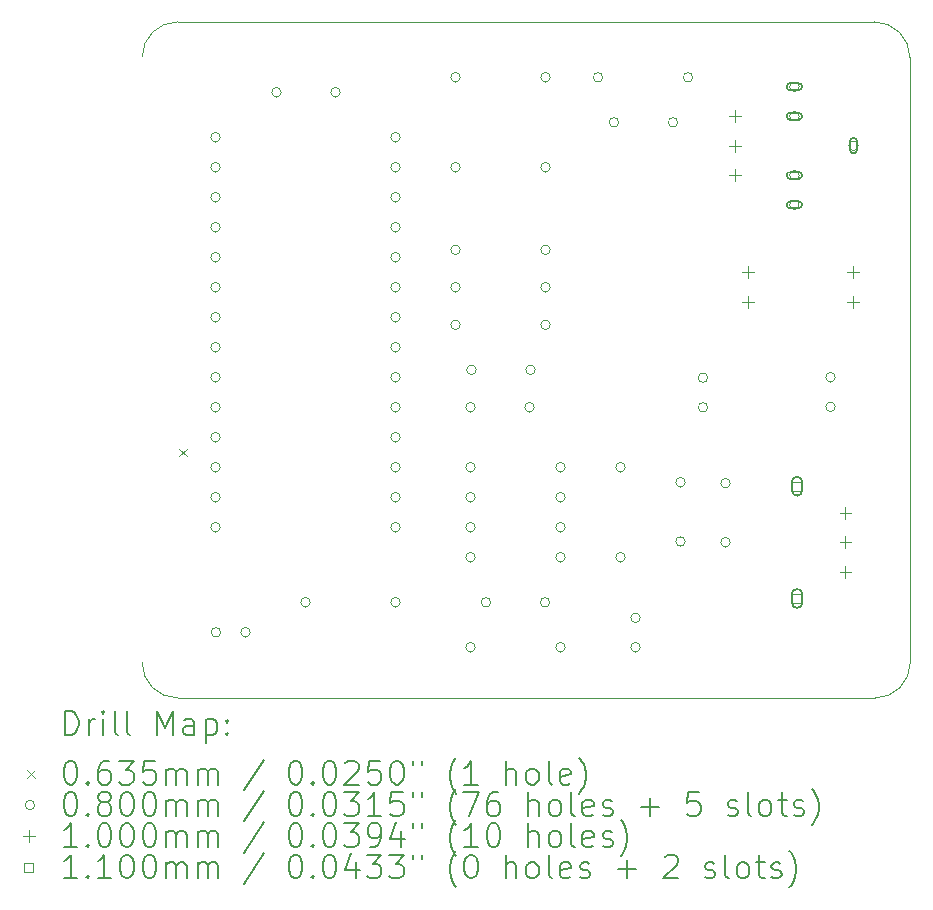
<source format=gbr>
%FSLAX45Y45*%
G04 Gerber Fmt 4.5, Leading zero omitted, Abs format (unit mm)*
G04 Created by KiCad (PCBNEW (6.0.4-0)) date 2022-07-16 13:11:54*
%MOMM*%
%LPD*%
G01*
G04 APERTURE LIST*
%TA.AperFunction,Profile*%
%ADD10C,0.050800*%
%TD*%
%ADD11C,0.200000*%
%ADD12C,0.063500*%
%ADD13C,0.080000*%
%ADD14C,0.100000*%
%ADD15C,0.110000*%
G04 APERTURE END LIST*
D10*
X13245068Y-7451132D02*
X13248640Y-12575260D01*
X6745000Y-12575100D02*
G75*
G03*
X7045000Y-12875100I300000J0D01*
G01*
X13245068Y-7451132D02*
G75*
G03*
X12945068Y-7151132I-299998J2D01*
G01*
X12948640Y-12875260D02*
G75*
G03*
X13248640Y-12575260I0J300000D01*
G01*
X12948640Y-12875260D02*
X7045000Y-12875100D01*
X7045000Y-7150100D02*
G75*
G03*
X6745000Y-7450100I0J-300000D01*
G01*
X7045000Y-7150100D02*
X12945068Y-7151132D01*
D11*
D12*
X7060770Y-10763250D02*
X7124270Y-10826750D01*
X7124270Y-10763250D02*
X7060770Y-10826750D01*
D13*
X7406000Y-8128000D02*
G75*
G03*
X7406000Y-8128000I-40000J0D01*
G01*
X7406000Y-8382000D02*
G75*
G03*
X7406000Y-8382000I-40000J0D01*
G01*
X7406000Y-8636000D02*
G75*
G03*
X7406000Y-8636000I-40000J0D01*
G01*
X7406000Y-8890000D02*
G75*
G03*
X7406000Y-8890000I-40000J0D01*
G01*
X7406000Y-9144000D02*
G75*
G03*
X7406000Y-9144000I-40000J0D01*
G01*
X7406000Y-9398000D02*
G75*
G03*
X7406000Y-9398000I-40000J0D01*
G01*
X7406000Y-9652000D02*
G75*
G03*
X7406000Y-9652000I-40000J0D01*
G01*
X7406000Y-9906000D02*
G75*
G03*
X7406000Y-9906000I-40000J0D01*
G01*
X7406000Y-10160000D02*
G75*
G03*
X7406000Y-10160000I-40000J0D01*
G01*
X7406000Y-10414000D02*
G75*
G03*
X7406000Y-10414000I-40000J0D01*
G01*
X7406000Y-10668000D02*
G75*
G03*
X7406000Y-10668000I-40000J0D01*
G01*
X7406000Y-10922000D02*
G75*
G03*
X7406000Y-10922000I-40000J0D01*
G01*
X7406000Y-11176000D02*
G75*
G03*
X7406000Y-11176000I-40000J0D01*
G01*
X7406000Y-11430000D02*
G75*
G03*
X7406000Y-11430000I-40000J0D01*
G01*
X7410000Y-12319000D02*
G75*
G03*
X7410000Y-12319000I-40000J0D01*
G01*
X7660000Y-12319000D02*
G75*
G03*
X7660000Y-12319000I-40000J0D01*
G01*
X7922000Y-7747000D02*
G75*
G03*
X7922000Y-7747000I-40000J0D01*
G01*
X8168000Y-12065000D02*
G75*
G03*
X8168000Y-12065000I-40000J0D01*
G01*
X8422000Y-7747000D02*
G75*
G03*
X8422000Y-7747000I-40000J0D01*
G01*
X8930000Y-8128000D02*
G75*
G03*
X8930000Y-8128000I-40000J0D01*
G01*
X8930000Y-8382000D02*
G75*
G03*
X8930000Y-8382000I-40000J0D01*
G01*
X8930000Y-8636000D02*
G75*
G03*
X8930000Y-8636000I-40000J0D01*
G01*
X8930000Y-8890000D02*
G75*
G03*
X8930000Y-8890000I-40000J0D01*
G01*
X8930000Y-9144000D02*
G75*
G03*
X8930000Y-9144000I-40000J0D01*
G01*
X8930000Y-9398000D02*
G75*
G03*
X8930000Y-9398000I-40000J0D01*
G01*
X8930000Y-9652000D02*
G75*
G03*
X8930000Y-9652000I-40000J0D01*
G01*
X8930000Y-9906000D02*
G75*
G03*
X8930000Y-9906000I-40000J0D01*
G01*
X8930000Y-10160000D02*
G75*
G03*
X8930000Y-10160000I-40000J0D01*
G01*
X8930000Y-10414000D02*
G75*
G03*
X8930000Y-10414000I-40000J0D01*
G01*
X8930000Y-10668000D02*
G75*
G03*
X8930000Y-10668000I-40000J0D01*
G01*
X8930000Y-10922000D02*
G75*
G03*
X8930000Y-10922000I-40000J0D01*
G01*
X8930000Y-11176000D02*
G75*
G03*
X8930000Y-11176000I-40000J0D01*
G01*
X8930000Y-11430000D02*
G75*
G03*
X8930000Y-11430000I-40000J0D01*
G01*
X8930000Y-12065000D02*
G75*
G03*
X8930000Y-12065000I-40000J0D01*
G01*
X9438000Y-7620000D02*
G75*
G03*
X9438000Y-7620000I-40000J0D01*
G01*
X9438000Y-8382000D02*
G75*
G03*
X9438000Y-8382000I-40000J0D01*
G01*
X9438000Y-9080500D02*
G75*
G03*
X9438000Y-9080500I-40000J0D01*
G01*
X9438000Y-9398000D02*
G75*
G03*
X9438000Y-9398000I-40000J0D01*
G01*
X9438000Y-9715500D02*
G75*
G03*
X9438000Y-9715500I-40000J0D01*
G01*
X9565000Y-10414000D02*
G75*
G03*
X9565000Y-10414000I-40000J0D01*
G01*
X9565000Y-10922000D02*
G75*
G03*
X9565000Y-10922000I-40000J0D01*
G01*
X9565000Y-11176000D02*
G75*
G03*
X9565000Y-11176000I-40000J0D01*
G01*
X9565000Y-11430000D02*
G75*
G03*
X9565000Y-11430000I-40000J0D01*
G01*
X9565000Y-11684000D02*
G75*
G03*
X9565000Y-11684000I-40000J0D01*
G01*
X9565000Y-12446000D02*
G75*
G03*
X9565000Y-12446000I-40000J0D01*
G01*
X9573000Y-10096500D02*
G75*
G03*
X9573000Y-10096500I-40000J0D01*
G01*
X9696000Y-12065000D02*
G75*
G03*
X9696000Y-12065000I-40000J0D01*
G01*
X10065000Y-10414000D02*
G75*
G03*
X10065000Y-10414000I-40000J0D01*
G01*
X10073000Y-10096500D02*
G75*
G03*
X10073000Y-10096500I-40000J0D01*
G01*
X10196000Y-12065000D02*
G75*
G03*
X10196000Y-12065000I-40000J0D01*
G01*
X10200000Y-7620000D02*
G75*
G03*
X10200000Y-7620000I-40000J0D01*
G01*
X10200000Y-8382000D02*
G75*
G03*
X10200000Y-8382000I-40000J0D01*
G01*
X10200000Y-9080500D02*
G75*
G03*
X10200000Y-9080500I-40000J0D01*
G01*
X10200000Y-9398000D02*
G75*
G03*
X10200000Y-9398000I-40000J0D01*
G01*
X10200000Y-9715500D02*
G75*
G03*
X10200000Y-9715500I-40000J0D01*
G01*
X10327000Y-10922000D02*
G75*
G03*
X10327000Y-10922000I-40000J0D01*
G01*
X10327000Y-11176000D02*
G75*
G03*
X10327000Y-11176000I-40000J0D01*
G01*
X10327000Y-11430000D02*
G75*
G03*
X10327000Y-11430000I-40000J0D01*
G01*
X10327000Y-11684000D02*
G75*
G03*
X10327000Y-11684000I-40000J0D01*
G01*
X10327000Y-12446000D02*
G75*
G03*
X10327000Y-12446000I-40000J0D01*
G01*
X10644500Y-7620000D02*
G75*
G03*
X10644500Y-7620000I-40000J0D01*
G01*
X10779500Y-8001000D02*
G75*
G03*
X10779500Y-8001000I-40000J0D01*
G01*
X10835000Y-10922000D02*
G75*
G03*
X10835000Y-10922000I-40000J0D01*
G01*
X10835000Y-11684000D02*
G75*
G03*
X10835000Y-11684000I-40000J0D01*
G01*
X10962000Y-12196000D02*
G75*
G03*
X10962000Y-12196000I-40000J0D01*
G01*
X10962000Y-12446000D02*
G75*
G03*
X10962000Y-12446000I-40000J0D01*
G01*
X11279500Y-8001000D02*
G75*
G03*
X11279500Y-8001000I-40000J0D01*
G01*
X11343000Y-11049000D02*
G75*
G03*
X11343000Y-11049000I-40000J0D01*
G01*
X11343000Y-11549000D02*
G75*
G03*
X11343000Y-11549000I-40000J0D01*
G01*
X11406500Y-7620000D02*
G75*
G03*
X11406500Y-7620000I-40000J0D01*
G01*
X11533500Y-10164000D02*
G75*
G03*
X11533500Y-10164000I-40000J0D01*
G01*
X11533500Y-10414000D02*
G75*
G03*
X11533500Y-10414000I-40000J0D01*
G01*
X11724000Y-11057000D02*
G75*
G03*
X11724000Y-11057000I-40000J0D01*
G01*
X11724000Y-11557000D02*
G75*
G03*
X11724000Y-11557000I-40000J0D01*
G01*
X12307500Y-7699500D02*
G75*
G03*
X12307500Y-7699500I-40000J0D01*
G01*
D11*
X12302500Y-7669500D02*
X12232500Y-7669500D01*
X12302500Y-7729500D02*
X12232500Y-7729500D01*
X12232500Y-7669500D02*
G75*
G03*
X12232500Y-7729500I0J-30000D01*
G01*
X12302500Y-7729500D02*
G75*
G03*
X12302500Y-7669500I0J30000D01*
G01*
D13*
X12307500Y-7949500D02*
G75*
G03*
X12307500Y-7949500I-40000J0D01*
G01*
D11*
X12302500Y-7919500D02*
X12232500Y-7919500D01*
X12302500Y-7979500D02*
X12232500Y-7979500D01*
X12232500Y-7919500D02*
G75*
G03*
X12232500Y-7979500I0J-30000D01*
G01*
X12302500Y-7979500D02*
G75*
G03*
X12302500Y-7919500I0J30000D01*
G01*
D13*
X12307500Y-8449500D02*
G75*
G03*
X12307500Y-8449500I-40000J0D01*
G01*
D11*
X12302500Y-8419500D02*
X12232500Y-8419500D01*
X12302500Y-8479500D02*
X12232500Y-8479500D01*
X12232500Y-8419500D02*
G75*
G03*
X12232500Y-8479500I0J-30000D01*
G01*
X12302500Y-8479500D02*
G75*
G03*
X12302500Y-8419500I0J30000D01*
G01*
D13*
X12307500Y-8699500D02*
G75*
G03*
X12307500Y-8699500I-40000J0D01*
G01*
D11*
X12302500Y-8669500D02*
X12232500Y-8669500D01*
X12302500Y-8729500D02*
X12232500Y-8729500D01*
X12232500Y-8669500D02*
G75*
G03*
X12232500Y-8729500I0J-30000D01*
G01*
X12302500Y-8729500D02*
G75*
G03*
X12302500Y-8669500I0J30000D01*
G01*
D13*
X12613000Y-10160000D02*
G75*
G03*
X12613000Y-10160000I-40000J0D01*
G01*
X12613000Y-10410000D02*
G75*
G03*
X12613000Y-10410000I-40000J0D01*
G01*
X12807500Y-8199500D02*
G75*
G03*
X12807500Y-8199500I-40000J0D01*
G01*
D11*
X12797500Y-8234500D02*
X12797500Y-8164500D01*
X12737500Y-8234500D02*
X12737500Y-8164500D01*
X12797500Y-8164500D02*
G75*
G03*
X12737500Y-8164500I-30000J0D01*
G01*
X12737500Y-8234500D02*
G75*
G03*
X12797500Y-8234500I30000J0D01*
G01*
D14*
X11767500Y-7899500D02*
X11767500Y-7999500D01*
X11717500Y-7949500D02*
X11817500Y-7949500D01*
X11767500Y-8149500D02*
X11767500Y-8249500D01*
X11717500Y-8199500D02*
X11817500Y-8199500D01*
X11767500Y-8399500D02*
X11767500Y-8499500D01*
X11717500Y-8449500D02*
X11817500Y-8449500D01*
X11874500Y-9221000D02*
X11874500Y-9321000D01*
X11824500Y-9271000D02*
X11924500Y-9271000D01*
X11874500Y-9475000D02*
X11874500Y-9575000D01*
X11824500Y-9525000D02*
X11924500Y-9525000D01*
X12700000Y-11257000D02*
X12700000Y-11357000D01*
X12650000Y-11307000D02*
X12750000Y-11307000D01*
X12700000Y-11507000D02*
X12700000Y-11607000D01*
X12650000Y-11557000D02*
X12750000Y-11557000D01*
X12700000Y-11757000D02*
X12700000Y-11857000D01*
X12650000Y-11807000D02*
X12750000Y-11807000D01*
X12763500Y-9221000D02*
X12763500Y-9321000D01*
X12713500Y-9271000D02*
X12813500Y-9271000D01*
X12763500Y-9475000D02*
X12763500Y-9575000D01*
X12713500Y-9525000D02*
X12813500Y-9525000D01*
D15*
X12328891Y-11120891D02*
X12328891Y-11043109D01*
X12251109Y-11043109D01*
X12251109Y-11120891D01*
X12328891Y-11120891D01*
D11*
X12335000Y-11117000D02*
X12335000Y-11047000D01*
X12245000Y-11117000D02*
X12245000Y-11047000D01*
X12335000Y-11047000D02*
G75*
G03*
X12245000Y-11047000I-45000J0D01*
G01*
X12245000Y-11117000D02*
G75*
G03*
X12335000Y-11117000I45000J0D01*
G01*
D15*
X12328891Y-12070891D02*
X12328891Y-11993109D01*
X12251109Y-11993109D01*
X12251109Y-12070891D01*
X12328891Y-12070891D01*
D11*
X12335000Y-12067000D02*
X12335000Y-11997000D01*
X12245000Y-12067000D02*
X12245000Y-11997000D01*
X12335000Y-11997000D02*
G75*
G03*
X12245000Y-11997000I-45000J0D01*
G01*
X12245000Y-12067000D02*
G75*
G03*
X12335000Y-12067000I45000J0D01*
G01*
X6092323Y-13188276D02*
X6092323Y-12988276D01*
X6139942Y-12988276D01*
X6168513Y-12997800D01*
X6187561Y-13016848D01*
X6197085Y-13035895D01*
X6206608Y-13073990D01*
X6206608Y-13102562D01*
X6197085Y-13140657D01*
X6187561Y-13159705D01*
X6168513Y-13178752D01*
X6139942Y-13188276D01*
X6092323Y-13188276D01*
X6292323Y-13188276D02*
X6292323Y-13054943D01*
X6292323Y-13093038D02*
X6301847Y-13073990D01*
X6311370Y-13064467D01*
X6330418Y-13054943D01*
X6349466Y-13054943D01*
X6416132Y-13188276D02*
X6416132Y-13054943D01*
X6416132Y-12988276D02*
X6406608Y-12997800D01*
X6416132Y-13007324D01*
X6425656Y-12997800D01*
X6416132Y-12988276D01*
X6416132Y-13007324D01*
X6539942Y-13188276D02*
X6520894Y-13178752D01*
X6511370Y-13159705D01*
X6511370Y-12988276D01*
X6644704Y-13188276D02*
X6625656Y-13178752D01*
X6616132Y-13159705D01*
X6616132Y-12988276D01*
X6873275Y-13188276D02*
X6873275Y-12988276D01*
X6939942Y-13131133D01*
X7006608Y-12988276D01*
X7006608Y-13188276D01*
X7187561Y-13188276D02*
X7187561Y-13083514D01*
X7178037Y-13064467D01*
X7158989Y-13054943D01*
X7120894Y-13054943D01*
X7101847Y-13064467D01*
X7187561Y-13178752D02*
X7168513Y-13188276D01*
X7120894Y-13188276D01*
X7101847Y-13178752D01*
X7092323Y-13159705D01*
X7092323Y-13140657D01*
X7101847Y-13121609D01*
X7120894Y-13112086D01*
X7168513Y-13112086D01*
X7187561Y-13102562D01*
X7282799Y-13054943D02*
X7282799Y-13254943D01*
X7282799Y-13064467D02*
X7301847Y-13054943D01*
X7339942Y-13054943D01*
X7358989Y-13064467D01*
X7368513Y-13073990D01*
X7378037Y-13093038D01*
X7378037Y-13150181D01*
X7368513Y-13169228D01*
X7358989Y-13178752D01*
X7339942Y-13188276D01*
X7301847Y-13188276D01*
X7282799Y-13178752D01*
X7463751Y-13169228D02*
X7473275Y-13178752D01*
X7463751Y-13188276D01*
X7454228Y-13178752D01*
X7463751Y-13169228D01*
X7463751Y-13188276D01*
X7463751Y-13064467D02*
X7473275Y-13073990D01*
X7463751Y-13083514D01*
X7454228Y-13073990D01*
X7463751Y-13064467D01*
X7463751Y-13083514D01*
D12*
X5771204Y-13486050D02*
X5834704Y-13549550D01*
X5834704Y-13486050D02*
X5771204Y-13549550D01*
D11*
X6130418Y-13408276D02*
X6149466Y-13408276D01*
X6168513Y-13417800D01*
X6178037Y-13427324D01*
X6187561Y-13446371D01*
X6197085Y-13484467D01*
X6197085Y-13532086D01*
X6187561Y-13570181D01*
X6178037Y-13589228D01*
X6168513Y-13598752D01*
X6149466Y-13608276D01*
X6130418Y-13608276D01*
X6111370Y-13598752D01*
X6101847Y-13589228D01*
X6092323Y-13570181D01*
X6082799Y-13532086D01*
X6082799Y-13484467D01*
X6092323Y-13446371D01*
X6101847Y-13427324D01*
X6111370Y-13417800D01*
X6130418Y-13408276D01*
X6282799Y-13589228D02*
X6292323Y-13598752D01*
X6282799Y-13608276D01*
X6273275Y-13598752D01*
X6282799Y-13589228D01*
X6282799Y-13608276D01*
X6463751Y-13408276D02*
X6425656Y-13408276D01*
X6406608Y-13417800D01*
X6397085Y-13427324D01*
X6378037Y-13455895D01*
X6368513Y-13493990D01*
X6368513Y-13570181D01*
X6378037Y-13589228D01*
X6387561Y-13598752D01*
X6406608Y-13608276D01*
X6444704Y-13608276D01*
X6463751Y-13598752D01*
X6473275Y-13589228D01*
X6482799Y-13570181D01*
X6482799Y-13522562D01*
X6473275Y-13503514D01*
X6463751Y-13493990D01*
X6444704Y-13484467D01*
X6406608Y-13484467D01*
X6387561Y-13493990D01*
X6378037Y-13503514D01*
X6368513Y-13522562D01*
X6549466Y-13408276D02*
X6673275Y-13408276D01*
X6606608Y-13484467D01*
X6635180Y-13484467D01*
X6654228Y-13493990D01*
X6663751Y-13503514D01*
X6673275Y-13522562D01*
X6673275Y-13570181D01*
X6663751Y-13589228D01*
X6654228Y-13598752D01*
X6635180Y-13608276D01*
X6578037Y-13608276D01*
X6558989Y-13598752D01*
X6549466Y-13589228D01*
X6854228Y-13408276D02*
X6758989Y-13408276D01*
X6749466Y-13503514D01*
X6758989Y-13493990D01*
X6778037Y-13484467D01*
X6825656Y-13484467D01*
X6844704Y-13493990D01*
X6854228Y-13503514D01*
X6863751Y-13522562D01*
X6863751Y-13570181D01*
X6854228Y-13589228D01*
X6844704Y-13598752D01*
X6825656Y-13608276D01*
X6778037Y-13608276D01*
X6758989Y-13598752D01*
X6749466Y-13589228D01*
X6949466Y-13608276D02*
X6949466Y-13474943D01*
X6949466Y-13493990D02*
X6958989Y-13484467D01*
X6978037Y-13474943D01*
X7006608Y-13474943D01*
X7025656Y-13484467D01*
X7035180Y-13503514D01*
X7035180Y-13608276D01*
X7035180Y-13503514D02*
X7044704Y-13484467D01*
X7063751Y-13474943D01*
X7092323Y-13474943D01*
X7111370Y-13484467D01*
X7120894Y-13503514D01*
X7120894Y-13608276D01*
X7216132Y-13608276D02*
X7216132Y-13474943D01*
X7216132Y-13493990D02*
X7225656Y-13484467D01*
X7244704Y-13474943D01*
X7273275Y-13474943D01*
X7292323Y-13484467D01*
X7301847Y-13503514D01*
X7301847Y-13608276D01*
X7301847Y-13503514D02*
X7311370Y-13484467D01*
X7330418Y-13474943D01*
X7358989Y-13474943D01*
X7378037Y-13484467D01*
X7387561Y-13503514D01*
X7387561Y-13608276D01*
X7778037Y-13398752D02*
X7606608Y-13655895D01*
X8035180Y-13408276D02*
X8054228Y-13408276D01*
X8073275Y-13417800D01*
X8082799Y-13427324D01*
X8092323Y-13446371D01*
X8101847Y-13484467D01*
X8101847Y-13532086D01*
X8092323Y-13570181D01*
X8082799Y-13589228D01*
X8073275Y-13598752D01*
X8054228Y-13608276D01*
X8035180Y-13608276D01*
X8016132Y-13598752D01*
X8006608Y-13589228D01*
X7997085Y-13570181D01*
X7987561Y-13532086D01*
X7987561Y-13484467D01*
X7997085Y-13446371D01*
X8006608Y-13427324D01*
X8016132Y-13417800D01*
X8035180Y-13408276D01*
X8187561Y-13589228D02*
X8197085Y-13598752D01*
X8187561Y-13608276D01*
X8178037Y-13598752D01*
X8187561Y-13589228D01*
X8187561Y-13608276D01*
X8320894Y-13408276D02*
X8339942Y-13408276D01*
X8358989Y-13417800D01*
X8368513Y-13427324D01*
X8378037Y-13446371D01*
X8387561Y-13484467D01*
X8387561Y-13532086D01*
X8378037Y-13570181D01*
X8368513Y-13589228D01*
X8358989Y-13598752D01*
X8339942Y-13608276D01*
X8320894Y-13608276D01*
X8301847Y-13598752D01*
X8292323Y-13589228D01*
X8282799Y-13570181D01*
X8273275Y-13532086D01*
X8273275Y-13484467D01*
X8282799Y-13446371D01*
X8292323Y-13427324D01*
X8301847Y-13417800D01*
X8320894Y-13408276D01*
X8463751Y-13427324D02*
X8473275Y-13417800D01*
X8492323Y-13408276D01*
X8539942Y-13408276D01*
X8558990Y-13417800D01*
X8568513Y-13427324D01*
X8578037Y-13446371D01*
X8578037Y-13465419D01*
X8568513Y-13493990D01*
X8454228Y-13608276D01*
X8578037Y-13608276D01*
X8758990Y-13408276D02*
X8663751Y-13408276D01*
X8654228Y-13503514D01*
X8663751Y-13493990D01*
X8682799Y-13484467D01*
X8730418Y-13484467D01*
X8749466Y-13493990D01*
X8758990Y-13503514D01*
X8768513Y-13522562D01*
X8768513Y-13570181D01*
X8758990Y-13589228D01*
X8749466Y-13598752D01*
X8730418Y-13608276D01*
X8682799Y-13608276D01*
X8663751Y-13598752D01*
X8654228Y-13589228D01*
X8892323Y-13408276D02*
X8911370Y-13408276D01*
X8930418Y-13417800D01*
X8939942Y-13427324D01*
X8949466Y-13446371D01*
X8958990Y-13484467D01*
X8958990Y-13532086D01*
X8949466Y-13570181D01*
X8939942Y-13589228D01*
X8930418Y-13598752D01*
X8911370Y-13608276D01*
X8892323Y-13608276D01*
X8873275Y-13598752D01*
X8863751Y-13589228D01*
X8854228Y-13570181D01*
X8844704Y-13532086D01*
X8844704Y-13484467D01*
X8854228Y-13446371D01*
X8863751Y-13427324D01*
X8873275Y-13417800D01*
X8892323Y-13408276D01*
X9035180Y-13408276D02*
X9035180Y-13446371D01*
X9111370Y-13408276D02*
X9111370Y-13446371D01*
X9406609Y-13684467D02*
X9397085Y-13674943D01*
X9378037Y-13646371D01*
X9368513Y-13627324D01*
X9358990Y-13598752D01*
X9349466Y-13551133D01*
X9349466Y-13513038D01*
X9358990Y-13465419D01*
X9368513Y-13436848D01*
X9378037Y-13417800D01*
X9397085Y-13389228D01*
X9406609Y-13379705D01*
X9587561Y-13608276D02*
X9473275Y-13608276D01*
X9530418Y-13608276D02*
X9530418Y-13408276D01*
X9511370Y-13436848D01*
X9492323Y-13455895D01*
X9473275Y-13465419D01*
X9825656Y-13608276D02*
X9825656Y-13408276D01*
X9911370Y-13608276D02*
X9911370Y-13503514D01*
X9901847Y-13484467D01*
X9882799Y-13474943D01*
X9854228Y-13474943D01*
X9835180Y-13484467D01*
X9825656Y-13493990D01*
X10035180Y-13608276D02*
X10016132Y-13598752D01*
X10006609Y-13589228D01*
X9997085Y-13570181D01*
X9997085Y-13513038D01*
X10006609Y-13493990D01*
X10016132Y-13484467D01*
X10035180Y-13474943D01*
X10063751Y-13474943D01*
X10082799Y-13484467D01*
X10092323Y-13493990D01*
X10101847Y-13513038D01*
X10101847Y-13570181D01*
X10092323Y-13589228D01*
X10082799Y-13598752D01*
X10063751Y-13608276D01*
X10035180Y-13608276D01*
X10216132Y-13608276D02*
X10197085Y-13598752D01*
X10187561Y-13579705D01*
X10187561Y-13408276D01*
X10368513Y-13598752D02*
X10349466Y-13608276D01*
X10311370Y-13608276D01*
X10292323Y-13598752D01*
X10282799Y-13579705D01*
X10282799Y-13503514D01*
X10292323Y-13484467D01*
X10311370Y-13474943D01*
X10349466Y-13474943D01*
X10368513Y-13484467D01*
X10378037Y-13503514D01*
X10378037Y-13522562D01*
X10282799Y-13541609D01*
X10444704Y-13684467D02*
X10454228Y-13674943D01*
X10473275Y-13646371D01*
X10482799Y-13627324D01*
X10492323Y-13598752D01*
X10501847Y-13551133D01*
X10501847Y-13513038D01*
X10492323Y-13465419D01*
X10482799Y-13436848D01*
X10473275Y-13417800D01*
X10454228Y-13389228D01*
X10444704Y-13379705D01*
D13*
X5834704Y-13781800D02*
G75*
G03*
X5834704Y-13781800I-40000J0D01*
G01*
D11*
X6130418Y-13672276D02*
X6149466Y-13672276D01*
X6168513Y-13681800D01*
X6178037Y-13691324D01*
X6187561Y-13710371D01*
X6197085Y-13748467D01*
X6197085Y-13796086D01*
X6187561Y-13834181D01*
X6178037Y-13853228D01*
X6168513Y-13862752D01*
X6149466Y-13872276D01*
X6130418Y-13872276D01*
X6111370Y-13862752D01*
X6101847Y-13853228D01*
X6092323Y-13834181D01*
X6082799Y-13796086D01*
X6082799Y-13748467D01*
X6092323Y-13710371D01*
X6101847Y-13691324D01*
X6111370Y-13681800D01*
X6130418Y-13672276D01*
X6282799Y-13853228D02*
X6292323Y-13862752D01*
X6282799Y-13872276D01*
X6273275Y-13862752D01*
X6282799Y-13853228D01*
X6282799Y-13872276D01*
X6406608Y-13757990D02*
X6387561Y-13748467D01*
X6378037Y-13738943D01*
X6368513Y-13719895D01*
X6368513Y-13710371D01*
X6378037Y-13691324D01*
X6387561Y-13681800D01*
X6406608Y-13672276D01*
X6444704Y-13672276D01*
X6463751Y-13681800D01*
X6473275Y-13691324D01*
X6482799Y-13710371D01*
X6482799Y-13719895D01*
X6473275Y-13738943D01*
X6463751Y-13748467D01*
X6444704Y-13757990D01*
X6406608Y-13757990D01*
X6387561Y-13767514D01*
X6378037Y-13777038D01*
X6368513Y-13796086D01*
X6368513Y-13834181D01*
X6378037Y-13853228D01*
X6387561Y-13862752D01*
X6406608Y-13872276D01*
X6444704Y-13872276D01*
X6463751Y-13862752D01*
X6473275Y-13853228D01*
X6482799Y-13834181D01*
X6482799Y-13796086D01*
X6473275Y-13777038D01*
X6463751Y-13767514D01*
X6444704Y-13757990D01*
X6606608Y-13672276D02*
X6625656Y-13672276D01*
X6644704Y-13681800D01*
X6654228Y-13691324D01*
X6663751Y-13710371D01*
X6673275Y-13748467D01*
X6673275Y-13796086D01*
X6663751Y-13834181D01*
X6654228Y-13853228D01*
X6644704Y-13862752D01*
X6625656Y-13872276D01*
X6606608Y-13872276D01*
X6587561Y-13862752D01*
X6578037Y-13853228D01*
X6568513Y-13834181D01*
X6558989Y-13796086D01*
X6558989Y-13748467D01*
X6568513Y-13710371D01*
X6578037Y-13691324D01*
X6587561Y-13681800D01*
X6606608Y-13672276D01*
X6797085Y-13672276D02*
X6816132Y-13672276D01*
X6835180Y-13681800D01*
X6844704Y-13691324D01*
X6854228Y-13710371D01*
X6863751Y-13748467D01*
X6863751Y-13796086D01*
X6854228Y-13834181D01*
X6844704Y-13853228D01*
X6835180Y-13862752D01*
X6816132Y-13872276D01*
X6797085Y-13872276D01*
X6778037Y-13862752D01*
X6768513Y-13853228D01*
X6758989Y-13834181D01*
X6749466Y-13796086D01*
X6749466Y-13748467D01*
X6758989Y-13710371D01*
X6768513Y-13691324D01*
X6778037Y-13681800D01*
X6797085Y-13672276D01*
X6949466Y-13872276D02*
X6949466Y-13738943D01*
X6949466Y-13757990D02*
X6958989Y-13748467D01*
X6978037Y-13738943D01*
X7006608Y-13738943D01*
X7025656Y-13748467D01*
X7035180Y-13767514D01*
X7035180Y-13872276D01*
X7035180Y-13767514D02*
X7044704Y-13748467D01*
X7063751Y-13738943D01*
X7092323Y-13738943D01*
X7111370Y-13748467D01*
X7120894Y-13767514D01*
X7120894Y-13872276D01*
X7216132Y-13872276D02*
X7216132Y-13738943D01*
X7216132Y-13757990D02*
X7225656Y-13748467D01*
X7244704Y-13738943D01*
X7273275Y-13738943D01*
X7292323Y-13748467D01*
X7301847Y-13767514D01*
X7301847Y-13872276D01*
X7301847Y-13767514D02*
X7311370Y-13748467D01*
X7330418Y-13738943D01*
X7358989Y-13738943D01*
X7378037Y-13748467D01*
X7387561Y-13767514D01*
X7387561Y-13872276D01*
X7778037Y-13662752D02*
X7606608Y-13919895D01*
X8035180Y-13672276D02*
X8054228Y-13672276D01*
X8073275Y-13681800D01*
X8082799Y-13691324D01*
X8092323Y-13710371D01*
X8101847Y-13748467D01*
X8101847Y-13796086D01*
X8092323Y-13834181D01*
X8082799Y-13853228D01*
X8073275Y-13862752D01*
X8054228Y-13872276D01*
X8035180Y-13872276D01*
X8016132Y-13862752D01*
X8006608Y-13853228D01*
X7997085Y-13834181D01*
X7987561Y-13796086D01*
X7987561Y-13748467D01*
X7997085Y-13710371D01*
X8006608Y-13691324D01*
X8016132Y-13681800D01*
X8035180Y-13672276D01*
X8187561Y-13853228D02*
X8197085Y-13862752D01*
X8187561Y-13872276D01*
X8178037Y-13862752D01*
X8187561Y-13853228D01*
X8187561Y-13872276D01*
X8320894Y-13672276D02*
X8339942Y-13672276D01*
X8358989Y-13681800D01*
X8368513Y-13691324D01*
X8378037Y-13710371D01*
X8387561Y-13748467D01*
X8387561Y-13796086D01*
X8378037Y-13834181D01*
X8368513Y-13853228D01*
X8358989Y-13862752D01*
X8339942Y-13872276D01*
X8320894Y-13872276D01*
X8301847Y-13862752D01*
X8292323Y-13853228D01*
X8282799Y-13834181D01*
X8273275Y-13796086D01*
X8273275Y-13748467D01*
X8282799Y-13710371D01*
X8292323Y-13691324D01*
X8301847Y-13681800D01*
X8320894Y-13672276D01*
X8454228Y-13672276D02*
X8578037Y-13672276D01*
X8511370Y-13748467D01*
X8539942Y-13748467D01*
X8558990Y-13757990D01*
X8568513Y-13767514D01*
X8578037Y-13786562D01*
X8578037Y-13834181D01*
X8568513Y-13853228D01*
X8558990Y-13862752D01*
X8539942Y-13872276D01*
X8482799Y-13872276D01*
X8463751Y-13862752D01*
X8454228Y-13853228D01*
X8768513Y-13872276D02*
X8654228Y-13872276D01*
X8711370Y-13872276D02*
X8711370Y-13672276D01*
X8692323Y-13700848D01*
X8673275Y-13719895D01*
X8654228Y-13729419D01*
X8949466Y-13672276D02*
X8854228Y-13672276D01*
X8844704Y-13767514D01*
X8854228Y-13757990D01*
X8873275Y-13748467D01*
X8920894Y-13748467D01*
X8939942Y-13757990D01*
X8949466Y-13767514D01*
X8958990Y-13786562D01*
X8958990Y-13834181D01*
X8949466Y-13853228D01*
X8939942Y-13862752D01*
X8920894Y-13872276D01*
X8873275Y-13872276D01*
X8854228Y-13862752D01*
X8844704Y-13853228D01*
X9035180Y-13672276D02*
X9035180Y-13710371D01*
X9111370Y-13672276D02*
X9111370Y-13710371D01*
X9406609Y-13948467D02*
X9397085Y-13938943D01*
X9378037Y-13910371D01*
X9368513Y-13891324D01*
X9358990Y-13862752D01*
X9349466Y-13815133D01*
X9349466Y-13777038D01*
X9358990Y-13729419D01*
X9368513Y-13700848D01*
X9378037Y-13681800D01*
X9397085Y-13653228D01*
X9406609Y-13643705D01*
X9463751Y-13672276D02*
X9597085Y-13672276D01*
X9511370Y-13872276D01*
X9758990Y-13672276D02*
X9720894Y-13672276D01*
X9701847Y-13681800D01*
X9692323Y-13691324D01*
X9673275Y-13719895D01*
X9663751Y-13757990D01*
X9663751Y-13834181D01*
X9673275Y-13853228D01*
X9682799Y-13862752D01*
X9701847Y-13872276D01*
X9739942Y-13872276D01*
X9758990Y-13862752D01*
X9768513Y-13853228D01*
X9778037Y-13834181D01*
X9778037Y-13786562D01*
X9768513Y-13767514D01*
X9758990Y-13757990D01*
X9739942Y-13748467D01*
X9701847Y-13748467D01*
X9682799Y-13757990D01*
X9673275Y-13767514D01*
X9663751Y-13786562D01*
X10016132Y-13872276D02*
X10016132Y-13672276D01*
X10101847Y-13872276D02*
X10101847Y-13767514D01*
X10092323Y-13748467D01*
X10073275Y-13738943D01*
X10044704Y-13738943D01*
X10025656Y-13748467D01*
X10016132Y-13757990D01*
X10225656Y-13872276D02*
X10206609Y-13862752D01*
X10197085Y-13853228D01*
X10187561Y-13834181D01*
X10187561Y-13777038D01*
X10197085Y-13757990D01*
X10206609Y-13748467D01*
X10225656Y-13738943D01*
X10254228Y-13738943D01*
X10273275Y-13748467D01*
X10282799Y-13757990D01*
X10292323Y-13777038D01*
X10292323Y-13834181D01*
X10282799Y-13853228D01*
X10273275Y-13862752D01*
X10254228Y-13872276D01*
X10225656Y-13872276D01*
X10406609Y-13872276D02*
X10387561Y-13862752D01*
X10378037Y-13843705D01*
X10378037Y-13672276D01*
X10558990Y-13862752D02*
X10539942Y-13872276D01*
X10501847Y-13872276D01*
X10482799Y-13862752D01*
X10473275Y-13843705D01*
X10473275Y-13767514D01*
X10482799Y-13748467D01*
X10501847Y-13738943D01*
X10539942Y-13738943D01*
X10558990Y-13748467D01*
X10568513Y-13767514D01*
X10568513Y-13786562D01*
X10473275Y-13805609D01*
X10644704Y-13862752D02*
X10663751Y-13872276D01*
X10701847Y-13872276D01*
X10720894Y-13862752D01*
X10730418Y-13843705D01*
X10730418Y-13834181D01*
X10720894Y-13815133D01*
X10701847Y-13805609D01*
X10673275Y-13805609D01*
X10654228Y-13796086D01*
X10644704Y-13777038D01*
X10644704Y-13767514D01*
X10654228Y-13748467D01*
X10673275Y-13738943D01*
X10701847Y-13738943D01*
X10720894Y-13748467D01*
X10968513Y-13796086D02*
X11120894Y-13796086D01*
X11044704Y-13872276D02*
X11044704Y-13719895D01*
X11463751Y-13672276D02*
X11368513Y-13672276D01*
X11358989Y-13767514D01*
X11368513Y-13757990D01*
X11387561Y-13748467D01*
X11435180Y-13748467D01*
X11454228Y-13757990D01*
X11463751Y-13767514D01*
X11473275Y-13786562D01*
X11473275Y-13834181D01*
X11463751Y-13853228D01*
X11454228Y-13862752D01*
X11435180Y-13872276D01*
X11387561Y-13872276D01*
X11368513Y-13862752D01*
X11358989Y-13853228D01*
X11701847Y-13862752D02*
X11720894Y-13872276D01*
X11758989Y-13872276D01*
X11778037Y-13862752D01*
X11787561Y-13843705D01*
X11787561Y-13834181D01*
X11778037Y-13815133D01*
X11758989Y-13805609D01*
X11730418Y-13805609D01*
X11711370Y-13796086D01*
X11701847Y-13777038D01*
X11701847Y-13767514D01*
X11711370Y-13748467D01*
X11730418Y-13738943D01*
X11758989Y-13738943D01*
X11778037Y-13748467D01*
X11901847Y-13872276D02*
X11882799Y-13862752D01*
X11873275Y-13843705D01*
X11873275Y-13672276D01*
X12006608Y-13872276D02*
X11987561Y-13862752D01*
X11978037Y-13853228D01*
X11968513Y-13834181D01*
X11968513Y-13777038D01*
X11978037Y-13757990D01*
X11987561Y-13748467D01*
X12006608Y-13738943D01*
X12035180Y-13738943D01*
X12054228Y-13748467D01*
X12063751Y-13757990D01*
X12073275Y-13777038D01*
X12073275Y-13834181D01*
X12063751Y-13853228D01*
X12054228Y-13862752D01*
X12035180Y-13872276D01*
X12006608Y-13872276D01*
X12130418Y-13738943D02*
X12206608Y-13738943D01*
X12158989Y-13672276D02*
X12158989Y-13843705D01*
X12168513Y-13862752D01*
X12187561Y-13872276D01*
X12206608Y-13872276D01*
X12263751Y-13862752D02*
X12282799Y-13872276D01*
X12320894Y-13872276D01*
X12339942Y-13862752D01*
X12349466Y-13843705D01*
X12349466Y-13834181D01*
X12339942Y-13815133D01*
X12320894Y-13805609D01*
X12292323Y-13805609D01*
X12273275Y-13796086D01*
X12263751Y-13777038D01*
X12263751Y-13767514D01*
X12273275Y-13748467D01*
X12292323Y-13738943D01*
X12320894Y-13738943D01*
X12339942Y-13748467D01*
X12416132Y-13948467D02*
X12425656Y-13938943D01*
X12444704Y-13910371D01*
X12454228Y-13891324D01*
X12463751Y-13862752D01*
X12473275Y-13815133D01*
X12473275Y-13777038D01*
X12463751Y-13729419D01*
X12454228Y-13700848D01*
X12444704Y-13681800D01*
X12425656Y-13653228D01*
X12416132Y-13643705D01*
D14*
X5784704Y-13995800D02*
X5784704Y-14095800D01*
X5734704Y-14045800D02*
X5834704Y-14045800D01*
D11*
X6197085Y-14136276D02*
X6082799Y-14136276D01*
X6139942Y-14136276D02*
X6139942Y-13936276D01*
X6120894Y-13964848D01*
X6101847Y-13983895D01*
X6082799Y-13993419D01*
X6282799Y-14117228D02*
X6292323Y-14126752D01*
X6282799Y-14136276D01*
X6273275Y-14126752D01*
X6282799Y-14117228D01*
X6282799Y-14136276D01*
X6416132Y-13936276D02*
X6435180Y-13936276D01*
X6454228Y-13945800D01*
X6463751Y-13955324D01*
X6473275Y-13974371D01*
X6482799Y-14012467D01*
X6482799Y-14060086D01*
X6473275Y-14098181D01*
X6463751Y-14117228D01*
X6454228Y-14126752D01*
X6435180Y-14136276D01*
X6416132Y-14136276D01*
X6397085Y-14126752D01*
X6387561Y-14117228D01*
X6378037Y-14098181D01*
X6368513Y-14060086D01*
X6368513Y-14012467D01*
X6378037Y-13974371D01*
X6387561Y-13955324D01*
X6397085Y-13945800D01*
X6416132Y-13936276D01*
X6606608Y-13936276D02*
X6625656Y-13936276D01*
X6644704Y-13945800D01*
X6654228Y-13955324D01*
X6663751Y-13974371D01*
X6673275Y-14012467D01*
X6673275Y-14060086D01*
X6663751Y-14098181D01*
X6654228Y-14117228D01*
X6644704Y-14126752D01*
X6625656Y-14136276D01*
X6606608Y-14136276D01*
X6587561Y-14126752D01*
X6578037Y-14117228D01*
X6568513Y-14098181D01*
X6558989Y-14060086D01*
X6558989Y-14012467D01*
X6568513Y-13974371D01*
X6578037Y-13955324D01*
X6587561Y-13945800D01*
X6606608Y-13936276D01*
X6797085Y-13936276D02*
X6816132Y-13936276D01*
X6835180Y-13945800D01*
X6844704Y-13955324D01*
X6854228Y-13974371D01*
X6863751Y-14012467D01*
X6863751Y-14060086D01*
X6854228Y-14098181D01*
X6844704Y-14117228D01*
X6835180Y-14126752D01*
X6816132Y-14136276D01*
X6797085Y-14136276D01*
X6778037Y-14126752D01*
X6768513Y-14117228D01*
X6758989Y-14098181D01*
X6749466Y-14060086D01*
X6749466Y-14012467D01*
X6758989Y-13974371D01*
X6768513Y-13955324D01*
X6778037Y-13945800D01*
X6797085Y-13936276D01*
X6949466Y-14136276D02*
X6949466Y-14002943D01*
X6949466Y-14021990D02*
X6958989Y-14012467D01*
X6978037Y-14002943D01*
X7006608Y-14002943D01*
X7025656Y-14012467D01*
X7035180Y-14031514D01*
X7035180Y-14136276D01*
X7035180Y-14031514D02*
X7044704Y-14012467D01*
X7063751Y-14002943D01*
X7092323Y-14002943D01*
X7111370Y-14012467D01*
X7120894Y-14031514D01*
X7120894Y-14136276D01*
X7216132Y-14136276D02*
X7216132Y-14002943D01*
X7216132Y-14021990D02*
X7225656Y-14012467D01*
X7244704Y-14002943D01*
X7273275Y-14002943D01*
X7292323Y-14012467D01*
X7301847Y-14031514D01*
X7301847Y-14136276D01*
X7301847Y-14031514D02*
X7311370Y-14012467D01*
X7330418Y-14002943D01*
X7358989Y-14002943D01*
X7378037Y-14012467D01*
X7387561Y-14031514D01*
X7387561Y-14136276D01*
X7778037Y-13926752D02*
X7606608Y-14183895D01*
X8035180Y-13936276D02*
X8054228Y-13936276D01*
X8073275Y-13945800D01*
X8082799Y-13955324D01*
X8092323Y-13974371D01*
X8101847Y-14012467D01*
X8101847Y-14060086D01*
X8092323Y-14098181D01*
X8082799Y-14117228D01*
X8073275Y-14126752D01*
X8054228Y-14136276D01*
X8035180Y-14136276D01*
X8016132Y-14126752D01*
X8006608Y-14117228D01*
X7997085Y-14098181D01*
X7987561Y-14060086D01*
X7987561Y-14012467D01*
X7997085Y-13974371D01*
X8006608Y-13955324D01*
X8016132Y-13945800D01*
X8035180Y-13936276D01*
X8187561Y-14117228D02*
X8197085Y-14126752D01*
X8187561Y-14136276D01*
X8178037Y-14126752D01*
X8187561Y-14117228D01*
X8187561Y-14136276D01*
X8320894Y-13936276D02*
X8339942Y-13936276D01*
X8358989Y-13945800D01*
X8368513Y-13955324D01*
X8378037Y-13974371D01*
X8387561Y-14012467D01*
X8387561Y-14060086D01*
X8378037Y-14098181D01*
X8368513Y-14117228D01*
X8358989Y-14126752D01*
X8339942Y-14136276D01*
X8320894Y-14136276D01*
X8301847Y-14126752D01*
X8292323Y-14117228D01*
X8282799Y-14098181D01*
X8273275Y-14060086D01*
X8273275Y-14012467D01*
X8282799Y-13974371D01*
X8292323Y-13955324D01*
X8301847Y-13945800D01*
X8320894Y-13936276D01*
X8454228Y-13936276D02*
X8578037Y-13936276D01*
X8511370Y-14012467D01*
X8539942Y-14012467D01*
X8558990Y-14021990D01*
X8568513Y-14031514D01*
X8578037Y-14050562D01*
X8578037Y-14098181D01*
X8568513Y-14117228D01*
X8558990Y-14126752D01*
X8539942Y-14136276D01*
X8482799Y-14136276D01*
X8463751Y-14126752D01*
X8454228Y-14117228D01*
X8673275Y-14136276D02*
X8711370Y-14136276D01*
X8730418Y-14126752D01*
X8739942Y-14117228D01*
X8758990Y-14088657D01*
X8768513Y-14050562D01*
X8768513Y-13974371D01*
X8758990Y-13955324D01*
X8749466Y-13945800D01*
X8730418Y-13936276D01*
X8692323Y-13936276D01*
X8673275Y-13945800D01*
X8663751Y-13955324D01*
X8654228Y-13974371D01*
X8654228Y-14021990D01*
X8663751Y-14041038D01*
X8673275Y-14050562D01*
X8692323Y-14060086D01*
X8730418Y-14060086D01*
X8749466Y-14050562D01*
X8758990Y-14041038D01*
X8768513Y-14021990D01*
X8939942Y-14002943D02*
X8939942Y-14136276D01*
X8892323Y-13926752D02*
X8844704Y-14069609D01*
X8968513Y-14069609D01*
X9035180Y-13936276D02*
X9035180Y-13974371D01*
X9111370Y-13936276D02*
X9111370Y-13974371D01*
X9406609Y-14212467D02*
X9397085Y-14202943D01*
X9378037Y-14174371D01*
X9368513Y-14155324D01*
X9358990Y-14126752D01*
X9349466Y-14079133D01*
X9349466Y-14041038D01*
X9358990Y-13993419D01*
X9368513Y-13964848D01*
X9378037Y-13945800D01*
X9397085Y-13917228D01*
X9406609Y-13907705D01*
X9587561Y-14136276D02*
X9473275Y-14136276D01*
X9530418Y-14136276D02*
X9530418Y-13936276D01*
X9511370Y-13964848D01*
X9492323Y-13983895D01*
X9473275Y-13993419D01*
X9711370Y-13936276D02*
X9730418Y-13936276D01*
X9749466Y-13945800D01*
X9758990Y-13955324D01*
X9768513Y-13974371D01*
X9778037Y-14012467D01*
X9778037Y-14060086D01*
X9768513Y-14098181D01*
X9758990Y-14117228D01*
X9749466Y-14126752D01*
X9730418Y-14136276D01*
X9711370Y-14136276D01*
X9692323Y-14126752D01*
X9682799Y-14117228D01*
X9673275Y-14098181D01*
X9663751Y-14060086D01*
X9663751Y-14012467D01*
X9673275Y-13974371D01*
X9682799Y-13955324D01*
X9692323Y-13945800D01*
X9711370Y-13936276D01*
X10016132Y-14136276D02*
X10016132Y-13936276D01*
X10101847Y-14136276D02*
X10101847Y-14031514D01*
X10092323Y-14012467D01*
X10073275Y-14002943D01*
X10044704Y-14002943D01*
X10025656Y-14012467D01*
X10016132Y-14021990D01*
X10225656Y-14136276D02*
X10206609Y-14126752D01*
X10197085Y-14117228D01*
X10187561Y-14098181D01*
X10187561Y-14041038D01*
X10197085Y-14021990D01*
X10206609Y-14012467D01*
X10225656Y-14002943D01*
X10254228Y-14002943D01*
X10273275Y-14012467D01*
X10282799Y-14021990D01*
X10292323Y-14041038D01*
X10292323Y-14098181D01*
X10282799Y-14117228D01*
X10273275Y-14126752D01*
X10254228Y-14136276D01*
X10225656Y-14136276D01*
X10406609Y-14136276D02*
X10387561Y-14126752D01*
X10378037Y-14107705D01*
X10378037Y-13936276D01*
X10558990Y-14126752D02*
X10539942Y-14136276D01*
X10501847Y-14136276D01*
X10482799Y-14126752D01*
X10473275Y-14107705D01*
X10473275Y-14031514D01*
X10482799Y-14012467D01*
X10501847Y-14002943D01*
X10539942Y-14002943D01*
X10558990Y-14012467D01*
X10568513Y-14031514D01*
X10568513Y-14050562D01*
X10473275Y-14069609D01*
X10644704Y-14126752D02*
X10663751Y-14136276D01*
X10701847Y-14136276D01*
X10720894Y-14126752D01*
X10730418Y-14107705D01*
X10730418Y-14098181D01*
X10720894Y-14079133D01*
X10701847Y-14069609D01*
X10673275Y-14069609D01*
X10654228Y-14060086D01*
X10644704Y-14041038D01*
X10644704Y-14031514D01*
X10654228Y-14012467D01*
X10673275Y-14002943D01*
X10701847Y-14002943D01*
X10720894Y-14012467D01*
X10797085Y-14212467D02*
X10806609Y-14202943D01*
X10825656Y-14174371D01*
X10835180Y-14155324D01*
X10844704Y-14126752D01*
X10854228Y-14079133D01*
X10854228Y-14041038D01*
X10844704Y-13993419D01*
X10835180Y-13964848D01*
X10825656Y-13945800D01*
X10806609Y-13917228D01*
X10797085Y-13907705D01*
D15*
X5818595Y-14348691D02*
X5818595Y-14270909D01*
X5740813Y-14270909D01*
X5740813Y-14348691D01*
X5818595Y-14348691D01*
D11*
X6197085Y-14400276D02*
X6082799Y-14400276D01*
X6139942Y-14400276D02*
X6139942Y-14200276D01*
X6120894Y-14228848D01*
X6101847Y-14247895D01*
X6082799Y-14257419D01*
X6282799Y-14381228D02*
X6292323Y-14390752D01*
X6282799Y-14400276D01*
X6273275Y-14390752D01*
X6282799Y-14381228D01*
X6282799Y-14400276D01*
X6482799Y-14400276D02*
X6368513Y-14400276D01*
X6425656Y-14400276D02*
X6425656Y-14200276D01*
X6406608Y-14228848D01*
X6387561Y-14247895D01*
X6368513Y-14257419D01*
X6606608Y-14200276D02*
X6625656Y-14200276D01*
X6644704Y-14209800D01*
X6654228Y-14219324D01*
X6663751Y-14238371D01*
X6673275Y-14276467D01*
X6673275Y-14324086D01*
X6663751Y-14362181D01*
X6654228Y-14381228D01*
X6644704Y-14390752D01*
X6625656Y-14400276D01*
X6606608Y-14400276D01*
X6587561Y-14390752D01*
X6578037Y-14381228D01*
X6568513Y-14362181D01*
X6558989Y-14324086D01*
X6558989Y-14276467D01*
X6568513Y-14238371D01*
X6578037Y-14219324D01*
X6587561Y-14209800D01*
X6606608Y-14200276D01*
X6797085Y-14200276D02*
X6816132Y-14200276D01*
X6835180Y-14209800D01*
X6844704Y-14219324D01*
X6854228Y-14238371D01*
X6863751Y-14276467D01*
X6863751Y-14324086D01*
X6854228Y-14362181D01*
X6844704Y-14381228D01*
X6835180Y-14390752D01*
X6816132Y-14400276D01*
X6797085Y-14400276D01*
X6778037Y-14390752D01*
X6768513Y-14381228D01*
X6758989Y-14362181D01*
X6749466Y-14324086D01*
X6749466Y-14276467D01*
X6758989Y-14238371D01*
X6768513Y-14219324D01*
X6778037Y-14209800D01*
X6797085Y-14200276D01*
X6949466Y-14400276D02*
X6949466Y-14266943D01*
X6949466Y-14285990D02*
X6958989Y-14276467D01*
X6978037Y-14266943D01*
X7006608Y-14266943D01*
X7025656Y-14276467D01*
X7035180Y-14295514D01*
X7035180Y-14400276D01*
X7035180Y-14295514D02*
X7044704Y-14276467D01*
X7063751Y-14266943D01*
X7092323Y-14266943D01*
X7111370Y-14276467D01*
X7120894Y-14295514D01*
X7120894Y-14400276D01*
X7216132Y-14400276D02*
X7216132Y-14266943D01*
X7216132Y-14285990D02*
X7225656Y-14276467D01*
X7244704Y-14266943D01*
X7273275Y-14266943D01*
X7292323Y-14276467D01*
X7301847Y-14295514D01*
X7301847Y-14400276D01*
X7301847Y-14295514D02*
X7311370Y-14276467D01*
X7330418Y-14266943D01*
X7358989Y-14266943D01*
X7378037Y-14276467D01*
X7387561Y-14295514D01*
X7387561Y-14400276D01*
X7778037Y-14190752D02*
X7606608Y-14447895D01*
X8035180Y-14200276D02*
X8054228Y-14200276D01*
X8073275Y-14209800D01*
X8082799Y-14219324D01*
X8092323Y-14238371D01*
X8101847Y-14276467D01*
X8101847Y-14324086D01*
X8092323Y-14362181D01*
X8082799Y-14381228D01*
X8073275Y-14390752D01*
X8054228Y-14400276D01*
X8035180Y-14400276D01*
X8016132Y-14390752D01*
X8006608Y-14381228D01*
X7997085Y-14362181D01*
X7987561Y-14324086D01*
X7987561Y-14276467D01*
X7997085Y-14238371D01*
X8006608Y-14219324D01*
X8016132Y-14209800D01*
X8035180Y-14200276D01*
X8187561Y-14381228D02*
X8197085Y-14390752D01*
X8187561Y-14400276D01*
X8178037Y-14390752D01*
X8187561Y-14381228D01*
X8187561Y-14400276D01*
X8320894Y-14200276D02*
X8339942Y-14200276D01*
X8358989Y-14209800D01*
X8368513Y-14219324D01*
X8378037Y-14238371D01*
X8387561Y-14276467D01*
X8387561Y-14324086D01*
X8378037Y-14362181D01*
X8368513Y-14381228D01*
X8358989Y-14390752D01*
X8339942Y-14400276D01*
X8320894Y-14400276D01*
X8301847Y-14390752D01*
X8292323Y-14381228D01*
X8282799Y-14362181D01*
X8273275Y-14324086D01*
X8273275Y-14276467D01*
X8282799Y-14238371D01*
X8292323Y-14219324D01*
X8301847Y-14209800D01*
X8320894Y-14200276D01*
X8558990Y-14266943D02*
X8558990Y-14400276D01*
X8511370Y-14190752D02*
X8463751Y-14333609D01*
X8587561Y-14333609D01*
X8644704Y-14200276D02*
X8768513Y-14200276D01*
X8701847Y-14276467D01*
X8730418Y-14276467D01*
X8749466Y-14285990D01*
X8758990Y-14295514D01*
X8768513Y-14314562D01*
X8768513Y-14362181D01*
X8758990Y-14381228D01*
X8749466Y-14390752D01*
X8730418Y-14400276D01*
X8673275Y-14400276D01*
X8654228Y-14390752D01*
X8644704Y-14381228D01*
X8835180Y-14200276D02*
X8958990Y-14200276D01*
X8892323Y-14276467D01*
X8920894Y-14276467D01*
X8939942Y-14285990D01*
X8949466Y-14295514D01*
X8958990Y-14314562D01*
X8958990Y-14362181D01*
X8949466Y-14381228D01*
X8939942Y-14390752D01*
X8920894Y-14400276D01*
X8863751Y-14400276D01*
X8844704Y-14390752D01*
X8835180Y-14381228D01*
X9035180Y-14200276D02*
X9035180Y-14238371D01*
X9111370Y-14200276D02*
X9111370Y-14238371D01*
X9406609Y-14476467D02*
X9397085Y-14466943D01*
X9378037Y-14438371D01*
X9368513Y-14419324D01*
X9358990Y-14390752D01*
X9349466Y-14343133D01*
X9349466Y-14305038D01*
X9358990Y-14257419D01*
X9368513Y-14228848D01*
X9378037Y-14209800D01*
X9397085Y-14181228D01*
X9406609Y-14171705D01*
X9520894Y-14200276D02*
X9539942Y-14200276D01*
X9558990Y-14209800D01*
X9568513Y-14219324D01*
X9578037Y-14238371D01*
X9587561Y-14276467D01*
X9587561Y-14324086D01*
X9578037Y-14362181D01*
X9568513Y-14381228D01*
X9558990Y-14390752D01*
X9539942Y-14400276D01*
X9520894Y-14400276D01*
X9501847Y-14390752D01*
X9492323Y-14381228D01*
X9482799Y-14362181D01*
X9473275Y-14324086D01*
X9473275Y-14276467D01*
X9482799Y-14238371D01*
X9492323Y-14219324D01*
X9501847Y-14209800D01*
X9520894Y-14200276D01*
X9825656Y-14400276D02*
X9825656Y-14200276D01*
X9911370Y-14400276D02*
X9911370Y-14295514D01*
X9901847Y-14276467D01*
X9882799Y-14266943D01*
X9854228Y-14266943D01*
X9835180Y-14276467D01*
X9825656Y-14285990D01*
X10035180Y-14400276D02*
X10016132Y-14390752D01*
X10006609Y-14381228D01*
X9997085Y-14362181D01*
X9997085Y-14305038D01*
X10006609Y-14285990D01*
X10016132Y-14276467D01*
X10035180Y-14266943D01*
X10063751Y-14266943D01*
X10082799Y-14276467D01*
X10092323Y-14285990D01*
X10101847Y-14305038D01*
X10101847Y-14362181D01*
X10092323Y-14381228D01*
X10082799Y-14390752D01*
X10063751Y-14400276D01*
X10035180Y-14400276D01*
X10216132Y-14400276D02*
X10197085Y-14390752D01*
X10187561Y-14371705D01*
X10187561Y-14200276D01*
X10368513Y-14390752D02*
X10349466Y-14400276D01*
X10311370Y-14400276D01*
X10292323Y-14390752D01*
X10282799Y-14371705D01*
X10282799Y-14295514D01*
X10292323Y-14276467D01*
X10311370Y-14266943D01*
X10349466Y-14266943D01*
X10368513Y-14276467D01*
X10378037Y-14295514D01*
X10378037Y-14314562D01*
X10282799Y-14333609D01*
X10454228Y-14390752D02*
X10473275Y-14400276D01*
X10511370Y-14400276D01*
X10530418Y-14390752D01*
X10539942Y-14371705D01*
X10539942Y-14362181D01*
X10530418Y-14343133D01*
X10511370Y-14333609D01*
X10482799Y-14333609D01*
X10463751Y-14324086D01*
X10454228Y-14305038D01*
X10454228Y-14295514D01*
X10463751Y-14276467D01*
X10482799Y-14266943D01*
X10511370Y-14266943D01*
X10530418Y-14276467D01*
X10778037Y-14324086D02*
X10930418Y-14324086D01*
X10854228Y-14400276D02*
X10854228Y-14247895D01*
X11168513Y-14219324D02*
X11178037Y-14209800D01*
X11197085Y-14200276D01*
X11244704Y-14200276D01*
X11263751Y-14209800D01*
X11273275Y-14219324D01*
X11282799Y-14238371D01*
X11282799Y-14257419D01*
X11273275Y-14285990D01*
X11158990Y-14400276D01*
X11282799Y-14400276D01*
X11511370Y-14390752D02*
X11530418Y-14400276D01*
X11568513Y-14400276D01*
X11587561Y-14390752D01*
X11597085Y-14371705D01*
X11597085Y-14362181D01*
X11587561Y-14343133D01*
X11568513Y-14333609D01*
X11539942Y-14333609D01*
X11520894Y-14324086D01*
X11511370Y-14305038D01*
X11511370Y-14295514D01*
X11520894Y-14276467D01*
X11539942Y-14266943D01*
X11568513Y-14266943D01*
X11587561Y-14276467D01*
X11711370Y-14400276D02*
X11692323Y-14390752D01*
X11682799Y-14371705D01*
X11682799Y-14200276D01*
X11816132Y-14400276D02*
X11797085Y-14390752D01*
X11787561Y-14381228D01*
X11778037Y-14362181D01*
X11778037Y-14305038D01*
X11787561Y-14285990D01*
X11797085Y-14276467D01*
X11816132Y-14266943D01*
X11844704Y-14266943D01*
X11863751Y-14276467D01*
X11873275Y-14285990D01*
X11882799Y-14305038D01*
X11882799Y-14362181D01*
X11873275Y-14381228D01*
X11863751Y-14390752D01*
X11844704Y-14400276D01*
X11816132Y-14400276D01*
X11939942Y-14266943D02*
X12016132Y-14266943D01*
X11968513Y-14200276D02*
X11968513Y-14371705D01*
X11978037Y-14390752D01*
X11997085Y-14400276D01*
X12016132Y-14400276D01*
X12073275Y-14390752D02*
X12092323Y-14400276D01*
X12130418Y-14400276D01*
X12149466Y-14390752D01*
X12158989Y-14371705D01*
X12158989Y-14362181D01*
X12149466Y-14343133D01*
X12130418Y-14333609D01*
X12101847Y-14333609D01*
X12082799Y-14324086D01*
X12073275Y-14305038D01*
X12073275Y-14295514D01*
X12082799Y-14276467D01*
X12101847Y-14266943D01*
X12130418Y-14266943D01*
X12149466Y-14276467D01*
X12225656Y-14476467D02*
X12235180Y-14466943D01*
X12254228Y-14438371D01*
X12263751Y-14419324D01*
X12273275Y-14390752D01*
X12282799Y-14343133D01*
X12282799Y-14305038D01*
X12273275Y-14257419D01*
X12263751Y-14228848D01*
X12254228Y-14209800D01*
X12235180Y-14181228D01*
X12225656Y-14171705D01*
M02*

</source>
